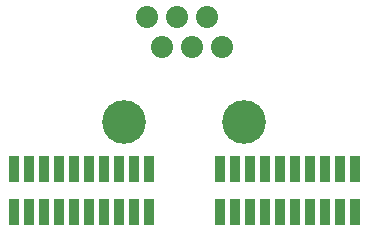
<source format=gbs>
G04 #@! TF.FileFunction,Soldermask,Bot*
%FSLAX46Y46*%
G04 Gerber Fmt 4.6, Leading zero omitted, Abs format (unit mm)*
G04 Created by KiCad (PCBNEW 4.0.1-3.201512221402+6198~38~ubuntu15.04.1-stable) date Sun 14 Feb 2016 01:03:01 PM PST*
%MOMM*%
G01*
G04 APERTURE LIST*
%ADD10C,0.100000*%
%ADD11R,0.850000X2.300000*%
%ADD12C,1.871200*%
%ADD13C,3.700000*%
G04 APERTURE END LIST*
D10*
D11*
X149487500Y-111800000D03*
X150757500Y-111800000D03*
X152027500Y-111800000D03*
X153297500Y-111800000D03*
X154567500Y-111800000D03*
X155837500Y-111800000D03*
X157107500Y-111800000D03*
X158377500Y-111800000D03*
X159647500Y-111800000D03*
X160917500Y-111800000D03*
X149487500Y-108200000D03*
X150757500Y-108200000D03*
X152027500Y-108200000D03*
X153297500Y-108200000D03*
X154567500Y-108200000D03*
X155837500Y-108200000D03*
X157107500Y-108200000D03*
X158377500Y-108200000D03*
X159647500Y-108200000D03*
X160917500Y-108200000D03*
X132057500Y-111800000D03*
X133327500Y-111800000D03*
X134597500Y-111800000D03*
X135867500Y-111800000D03*
X137137500Y-111800000D03*
X138407500Y-111800000D03*
X139677500Y-111800000D03*
X140947500Y-111800000D03*
X142217500Y-111800000D03*
X143487500Y-111800000D03*
X132057500Y-108200000D03*
X133327500Y-108200000D03*
X134597500Y-108200000D03*
X135867500Y-108200000D03*
X137137500Y-108200000D03*
X138407500Y-108200000D03*
X139677500Y-108200000D03*
X140947500Y-108200000D03*
X142217500Y-108200000D03*
X143487500Y-108200000D03*
D12*
X149657500Y-97800000D03*
D13*
X151567500Y-104150000D03*
X141407500Y-104150000D03*
D12*
X148387500Y-95260000D03*
X145847500Y-95260000D03*
X143307500Y-95260000D03*
X147117500Y-97800000D03*
X144577500Y-97800000D03*
M02*

</source>
